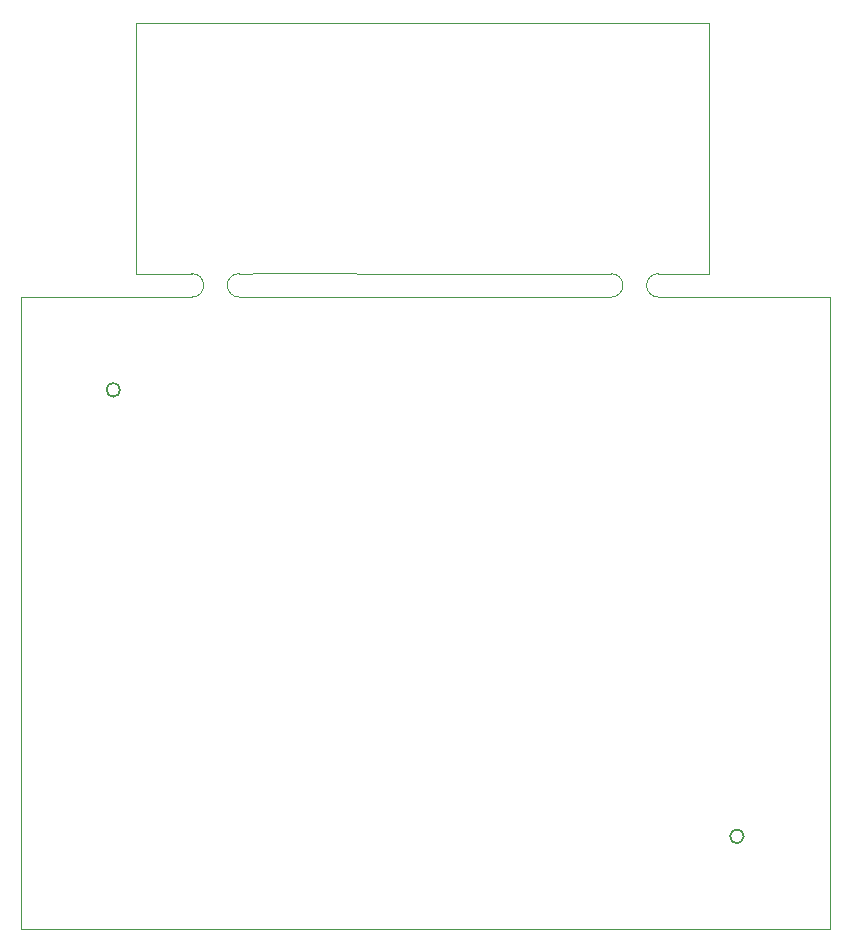
<source format=gbr>
%TF.GenerationSoftware,KiCad,Pcbnew,(6.0.6)*%
%TF.CreationDate,2022-12-21T22:14:54+09:00*%
%TF.ProjectId,SO2-GasSensor_DevelopmentKit_V1.0,534f322d-4761-4735-9365-6e736f725f44,rev?*%
%TF.SameCoordinates,Original*%
%TF.FileFunction,Profile,NP*%
%FSLAX46Y46*%
G04 Gerber Fmt 4.6, Leading zero omitted, Abs format (unit mm)*
G04 Created by KiCad (PCBNEW (6.0.6)) date 2022-12-21 22:14:54*
%MOMM*%
%LPD*%
G01*
G04 APERTURE LIST*
%TA.AperFunction,Profile*%
%ADD10C,0.050000*%
%TD*%
%TA.AperFunction,Profile*%
%ADD11C,0.150000*%
%TD*%
G04 APERTURE END LIST*
D10*
X95250000Y-118250000D02*
X80775000Y-118250000D01*
X80750000Y-116249688D02*
X85000000Y-116250000D01*
X74475000Y-116250000D02*
X62975000Y-116249688D01*
X41250000Y-118250000D02*
X26750000Y-118250000D01*
X36500000Y-116000000D02*
X36500000Y-116250000D01*
X85000000Y-95000000D02*
X36500000Y-95000000D01*
X47475000Y-118249999D02*
X45275234Y-118250312D01*
D11*
X87976000Y-163900000D02*
G75*
G03*
X87976000Y-163900000I-576000J0D01*
G01*
D10*
X41250000Y-118250000D02*
G75*
G03*
X41250000Y-116250000I0J1000000D01*
G01*
X26750000Y-171750000D02*
X95250000Y-171750000D01*
X45250234Y-116249995D02*
G75*
G03*
X45275234Y-118250312I-4J-1000315D01*
G01*
D11*
X35176000Y-126100000D02*
G75*
G03*
X35176000Y-126100000I-576000J0D01*
G01*
D10*
X47550062Y-116248440D02*
X45250234Y-116250000D01*
X85000000Y-116250000D02*
X85000000Y-95000000D01*
X41250000Y-116250000D02*
X36500000Y-116250000D01*
X76725086Y-118249687D02*
G75*
G03*
X76750078Y-116250000I25014J999687D01*
G01*
X76725086Y-118249688D02*
X74450000Y-118250000D01*
X95250000Y-171750000D02*
X95250000Y-118250000D01*
X62975000Y-116249688D02*
X47550062Y-116248440D01*
X26750000Y-171750000D02*
X26750000Y-118250000D01*
X80750000Y-116249688D02*
G75*
G03*
X80775000Y-118250000I0J-1000312D01*
G01*
X76750078Y-116250000D02*
X74475000Y-116250000D01*
X74450000Y-118250000D02*
X63000000Y-118250000D01*
X36500000Y-95000000D02*
X36500000Y-116000000D01*
X63000000Y-118250000D02*
X47475000Y-118249999D01*
M02*

</source>
